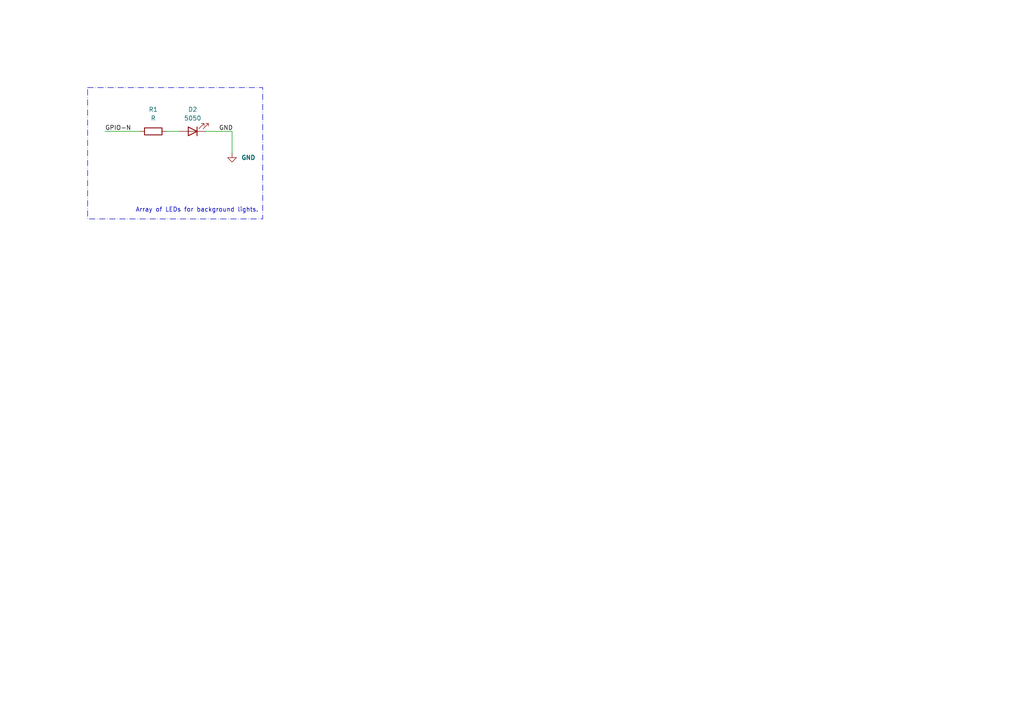
<source format=kicad_sch>
(kicad_sch (version 20231120) (generator "eeschema") (generator_version "8.0")
  (paper "A4")
  (lib_symbols
    (symbol "Device:LED" (pin_numbers hide) (pin_names (offset 1.016) hide)
      (property "Reference" "D" (at 0 2.54 0))
      (property "Value" "LED" (at 0 -2.54 0))
      (symbol "LED_0_1"
        (polyline (pts (xy -1.27 -1.27) (xy -1.27 1.27)) (stroke (width 0.254)))
        (polyline (pts (xy -1.27 0) (xy 1.27 0)))
        (polyline (pts (xy 1.27 -1.27) (xy 1.27 1.27) (xy -1.27 0) (xy 1.27 -1.27)) (stroke (width 0.254)))
        (polyline (pts (xy -3.048 -0.762) (xy -4.572 -2.286) (xy -3.81 -2.286) (xy -4.572 -2.286) (xy -4.572 -1.524)))
        (polyline (pts (xy -1.778 -0.762) (xy -3.302 -2.286) (xy -2.54 -2.286) (xy -3.302 -2.286) (xy -3.302 -1.524)))
      )
      (symbol "LED_1_1"
        (pin passive line (at -3.81 0 0) (length 2.54) (name "K") (number "1"))
        (pin passive line (at 3.81 0 180) (length 2.54) (name "A") (number "2"))
      )
    )
    (symbol "Device:R" (pin_numbers hide) (pin_names (offset 0))
      (property "Reference" "R" (at 2.032 0 90))
      (property "Value" "R" (at 0 0 90))
      (symbol "R_0_1"
        (rectangle (start -1.016 -2.54) (end 1.016 2.54) (stroke (width 0.254)))
      )
      (symbol "R_1_1"
        (pin passive line (at 0 3.81 270) (length 1.27) (name "~") (number "1"))
        (pin passive line (at 0 -3.81 90) (length 1.27) (name "~") (number "2"))
      )
    )
    (symbol "GND_4" (power) (pin_numbers hide) (pin_names (offset 0) hide)
      (property "Value" "GND" (at 0 -3.81 0))
      (symbol "GND_4_0_1"
        (polyline (pts (xy 0 0) (xy 0 -1.27) (xy 1.27 -1.27) (xy 0 -2.54) (xy -1.27 -1.27) (xy 0 -1.27)))
      )
      (symbol "GND_4_1_1"
        (pin power_in line (at 0 0 270) (length 0) (name "~") (number "1"))
      )
    )
  )
  (wire (pts (xy 30.48 38.1) (xy 40.64 38.1)))
  (wire (pts (xy 48.26 38.1) (xy 52.07 38.1)))
  (wire (pts (xy 67.31 44.45) (xy 67.31 38.1)))
  (wire (pts (xy 59.69 38.1) (xy 67.31 38.1)))
  (rectangle (start 25.4 25.4) (end 76.2 63.5) (stroke (width 0) (type dash_dot)))
  (text "Array of LEDs for background lights." (at 57.15 60.96 0) (effects (font (size 1.27 1.27))))
  (label "GND" (at 63.5 38.1 0))
  (label "GPIO-N" (at 30.48 38.1 0))
  (symbol (lib_name "GND_4") (lib_id "power:GND") (at 67.31 44.45 0) (unit 1)
    (property "Reference" "#PWR07" (effects (hide yes)))
    (property "Value" "GND" (at 69.85 45.72 0) (effects (font (bold yes)) (justify left)))
    (property "Description" "Power symbol creates a global label with name \"GND\" , ground" (effects (hide yes)))
  )
  (symbol (lib_id "Device:LED") (at 55.88 38.1 180) (unit 1)
    (property "Reference" "D2" (at 55.88 31.75 0))
    (property "Value" "5050" (at 55.88 34.29 0))
    (property "Footprint" "Alexander Footprint Library:LED_5050-6" (effects (hide yes)))
    (property "Description" "Light emitting diode" (effects (hide yes)))
  )
  (symbol (lib_id "Device:R") (at 44.45 38.1 270) (unit 1)
    (property "Reference" "R1" (at 44.45 31.75 90))
    (property "Value" "R" (at 44.45 34.29 90))
    (property "Footprint" "Resistor_SMD:R_1206_3216Metric_Pad1.30x1.75mm_HandSolder" (effects (hide yes)))
    (property "Description" "Resistor" (effects (hide yes)))
  )
)
</source>
